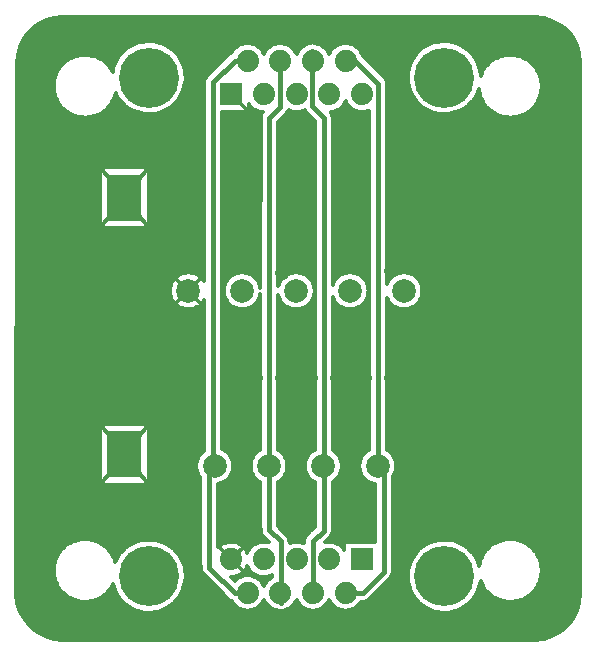
<source format=gbl>
G04 DipTrace 3.3.1.3*
G04 LEDboxV0.2.gbl*
%MOMM*%
G04 #@! TF.FileFunction,Copper,L2,Bot*
G04 #@! TF.Part,Single*
G04 #@! TA.AperFunction,Conductor*
%ADD14C,0.381*%
G04 #@! TA.AperFunction,CopperBalancing*
%ADD16C,0.3*%
%ADD17C,0.33*%
G04 #@! TA.AperFunction,ComponentPad*
%ADD19R,3.0X4.0*%
%ADD21R,1.8796X1.8796*%
%ADD22C,1.8796*%
%ADD23C,5.08*%
%ADD24C,2.0*%
G04 #@! TA.AperFunction,ViaPad*
%ADD27C,1.27*%
%FSLAX35Y35*%
G04*
G71*
G90*
G75*
G01*
G04 Bottom*
%LPD*%
X2371687Y3222623D2*
D14*
X2403437Y3254373D1*
Y3397250D1*
X3048000Y4270373D2*
X3054313Y4276687D1*
Y4175123D1*
X3292437Y3238500D2*
Y3413123D1*
X2143127Y4238623D2*
X2149437D1*
Y4476750D1*
X3177973Y1585520D2*
X3228937Y1534557D1*
Y688937D1*
X3049750Y509750D1*
X2905750D1*
X3177973Y1585520D2*
X3181313Y1588860D1*
Y4819687D1*
X2986247Y5014753D1*
X2905750D1*
X2717597Y1585520D2*
X2720937Y1582180D1*
Y1038187D1*
X2628750Y946000D1*
Y509750D1*
X2717597Y1585520D2*
X2720937Y1588860D1*
Y4533940D1*
X2625687Y4629190D1*
Y5095870D1*
X2628750Y5092807D1*
Y5014753D1*
X2257220Y1585520D2*
X2260563Y1582177D1*
Y1041437D1*
X2355810Y946190D1*
Y428623D1*
X2352750Y431683D1*
Y509750D1*
X2257220Y1585520D2*
X2260563Y1588863D1*
Y4530687D1*
X2352750Y4622873D1*
Y5014753D1*
X2075750D2*
X1966753D1*
X1784313Y4832313D1*
Y1585520D1*
X1796847D1*
X1752560Y1541233D1*
Y723940D1*
X1966750Y509750D1*
X2075750D1*
D27*
X2371687Y3222623D3*
X3048000Y4270373D3*
X3292437Y3238500D3*
X2143127Y4238623D3*
X3070187Y2333627D3*
X2832060D3*
X2609810D3*
X2371687D3*
X2149440D3*
X1911310D3*
X3292437D3*
X1577937D3*
X366667Y5355337D2*
D16*
X4651720D1*
X308307Y5325670D2*
X4707443D1*
X265943Y5296003D2*
X4747520D1*
X235710Y5266337D2*
X4781507D1*
X209167Y5236670D2*
X4805820D1*
X188423Y5207003D2*
X4828320D1*
X171137Y5177337D2*
X1178987D1*
X1302523D2*
X3679007D1*
X3802487D2*
X4844143D1*
X157310Y5147670D2*
X1094083D1*
X1387427D2*
X2002813D1*
X2148677D2*
X2279847D1*
X2425650D2*
X2555820D1*
X2701683D2*
X2832853D1*
X2978657D2*
X3594043D1*
X3887447D2*
X4860020D1*
X146120Y5118003D2*
X1047793D1*
X1433717D2*
X1963673D1*
X2187817D2*
X2240703D1*
X2464790D2*
X2516680D1*
X2740827D2*
X2793713D1*
X3017797D2*
X3547813D1*
X3933677D2*
X4869160D1*
X138210Y5088337D2*
X1014690D1*
X1466763D2*
X1941817D1*
X3039653D2*
X3514710D1*
X3966783D2*
X4878127D1*
X131703Y5058670D2*
X637930D1*
X762113D2*
X989433D1*
X1492077D2*
X1901270D1*
X3052370D2*
X3489453D1*
X3992037D2*
X4237930D1*
X4362113D2*
X4883810D1*
X129127Y5029003D2*
X562990D1*
X836997D2*
X969747D1*
X1511703D2*
X1871563D1*
X3081430D2*
X3469767D1*
X4011723D2*
X4162990D1*
X4436997D2*
X4886740D1*
X126490Y4999337D2*
X521857D1*
X878130D2*
X954570D1*
X1526940D2*
X1841917D1*
X3111080D2*
X3454533D1*
X4026960D2*
X4121857D1*
X4478130D2*
X4889610D1*
X126080Y4969670D2*
X493030D1*
X907017D2*
X943087D1*
X1538423D2*
X1812267D1*
X3140727D2*
X3443107D1*
X4038443D2*
X4093030D1*
X4507017D2*
X4890137D1*
X126020Y4940003D2*
X471583D1*
X1546567D2*
X1782560D1*
X3170433D2*
X3434903D1*
X4046587D2*
X4071583D1*
X4528403D2*
X4890137D1*
X125963Y4910337D2*
X455703D1*
X1551667D2*
X1752910D1*
X3200083D2*
X3429807D1*
X4544283D2*
X4890137D1*
X125903Y4880670D2*
X444220D1*
X1553833D2*
X1723673D1*
X3229733D2*
X3427637D1*
X4555767D2*
X4890137D1*
X125847Y4851003D2*
X436603D1*
X1553190D2*
X1708440D1*
X3252760D2*
X3428340D1*
X4563383D2*
X4890137D1*
X125787Y4821337D2*
X432500D1*
X1549673D2*
X1706037D1*
X3259557D2*
X3431857D1*
X4567487D2*
X4890137D1*
X125787Y4791670D2*
X431797D1*
X1543170D2*
X1706037D1*
X3259557D2*
X3438360D1*
X4568190D2*
X4890137D1*
X125727Y4762003D2*
X434377D1*
X1533500D2*
X1706037D1*
X3259557D2*
X3447970D1*
X4565610D2*
X4890137D1*
X125670Y4732337D2*
X440410D1*
X1520377D2*
X1706037D1*
X3259557D2*
X3461153D1*
X4020337D2*
X4040457D1*
X4559577D2*
X4890137D1*
X125610Y4702670D2*
X450137D1*
X949850D2*
X978360D1*
X1503150D2*
X1706037D1*
X3259557D2*
X3478320D1*
X4003170D2*
X4050137D1*
X4549850D2*
X4890137D1*
X125553Y4673003D2*
X464023D1*
X935963D2*
X1000450D1*
X1481060D2*
X1706037D1*
X3259557D2*
X3500410D1*
X3981080D2*
X4064023D1*
X4535963D2*
X4890137D1*
X125493Y4643337D2*
X482833D1*
X917153D2*
X1028987D1*
X1452523D2*
X1706037D1*
X2892877D2*
X2919630D1*
X3259557D2*
X3528947D1*
X3952543D2*
X4082833D1*
X4517153D2*
X4890137D1*
X125433Y4613670D2*
X508087D1*
X891900D2*
X1067190D1*
X1414320D2*
X1706037D1*
X2089907D2*
X2116720D1*
X2864810D2*
X2947697D1*
X3259557D2*
X3567150D1*
X3914340D2*
X4108087D1*
X4491900D2*
X4890137D1*
X125377Y4584003D2*
X542893D1*
X857097D2*
X1124377D1*
X1357077D2*
X1706037D1*
X2089907D2*
X2178830D1*
X2420200D2*
X2455860D1*
X2525670D2*
X2562500D1*
X2802643D2*
X3009863D1*
X3079673D2*
X3103087D1*
X3259557D2*
X3624397D1*
X3857097D2*
X4142893D1*
X4457097D2*
X4890137D1*
X125317Y4554337D2*
X596740D1*
X803247D2*
X1706037D1*
X1862563D2*
X2186153D1*
X2393657D2*
X2591097D1*
X2796373D2*
X3103087D1*
X3259557D2*
X4196740D1*
X4403247D2*
X4890137D1*
X125260Y4524670D2*
X1706037D1*
X1862563D2*
X2182287D1*
X2363950D2*
X2620803D1*
X2799183D2*
X3103087D1*
X3259557D2*
X4890137D1*
X125260Y4495003D2*
X1706037D1*
X1862563D2*
X2182287D1*
X2338813D2*
X2642657D1*
X2799183D2*
X3103087D1*
X3259557D2*
X4890137D1*
X125200Y4465337D2*
X1706037D1*
X1862563D2*
X2182287D1*
X2338813D2*
X2642657D1*
X2799183D2*
X3103087D1*
X3259557D2*
X4890137D1*
X125143Y4435670D2*
X1706037D1*
X1862563D2*
X2182287D1*
X2338813D2*
X2642657D1*
X2799183D2*
X3103087D1*
X3259557D2*
X4890137D1*
X125083Y4406003D2*
X1706037D1*
X1862563D2*
X2182287D1*
X2338813D2*
X2642657D1*
X2799183D2*
X3103087D1*
X3259557D2*
X4890137D1*
X125023Y4376337D2*
X1706037D1*
X1862563D2*
X2182287D1*
X2338813D2*
X2642657D1*
X2799183D2*
X3103087D1*
X3259557D2*
X4890137D1*
X124967Y4346670D2*
X1706037D1*
X1862563D2*
X2182287D1*
X2338813D2*
X2642657D1*
X2799183D2*
X3103087D1*
X3259557D2*
X4890137D1*
X124907Y4317003D2*
X1706037D1*
X1862563D2*
X2182287D1*
X2338813D2*
X2642657D1*
X2799183D2*
X3103087D1*
X3259557D2*
X4890137D1*
X124850Y4287337D2*
X1706037D1*
X1862563D2*
X2182287D1*
X2338813D2*
X2642657D1*
X2799183D2*
X3103087D1*
X3259557D2*
X4890137D1*
X124790Y4257670D2*
X1706037D1*
X1862563D2*
X2182287D1*
X2338813D2*
X2642657D1*
X2799183D2*
X3103087D1*
X3259557D2*
X4890137D1*
X124733Y4228003D2*
X1706037D1*
X1862563D2*
X2182287D1*
X2338813D2*
X2642657D1*
X2799183D2*
X3103087D1*
X3259557D2*
X4890137D1*
X124733Y4198337D2*
X1706037D1*
X1862563D2*
X2182287D1*
X2338813D2*
X2642657D1*
X2799183D2*
X3103087D1*
X3259557D2*
X4890137D1*
X124673Y4168670D2*
X1706037D1*
X1862563D2*
X2182287D1*
X2338813D2*
X2642657D1*
X2799183D2*
X3103087D1*
X3259557D2*
X4890137D1*
X124613Y4139003D2*
X1706037D1*
X1862563D2*
X2182287D1*
X2338813D2*
X2642657D1*
X2799183D2*
X3103087D1*
X3259557D2*
X4890137D1*
X124557Y4109337D2*
X822677D1*
X1241060D2*
X1706037D1*
X1862563D2*
X2182287D1*
X2338813D2*
X2642657D1*
X2799183D2*
X3103087D1*
X3259557D2*
X4890137D1*
X124497Y4079670D2*
X822677D1*
X1241060D2*
X1706037D1*
X1862563D2*
X2182287D1*
X2338813D2*
X2642657D1*
X2799183D2*
X3103087D1*
X3259557D2*
X4890137D1*
X124440Y4050003D2*
X822677D1*
X1241060D2*
X1706037D1*
X1862563D2*
X2182287D1*
X2338813D2*
X2642657D1*
X2799183D2*
X3103087D1*
X3259557D2*
X4890137D1*
X124380Y4020337D2*
X822677D1*
X1241060D2*
X1706037D1*
X1862563D2*
X2182287D1*
X2338813D2*
X2642657D1*
X2799183D2*
X3103087D1*
X3259557D2*
X4890137D1*
X124320Y3990670D2*
X822677D1*
X1241060D2*
X1706037D1*
X1862563D2*
X2182287D1*
X2338813D2*
X2642657D1*
X2799183D2*
X3103087D1*
X3259557D2*
X4890137D1*
X124263Y3961003D2*
X822677D1*
X1241060D2*
X1706037D1*
X1862563D2*
X2182287D1*
X2338813D2*
X2642657D1*
X2799183D2*
X3103087D1*
X3259557D2*
X4890137D1*
X124263Y3931337D2*
X822677D1*
X1241060D2*
X1706037D1*
X1862563D2*
X2182287D1*
X2338813D2*
X2642657D1*
X2799183D2*
X3103087D1*
X3259557D2*
X4890137D1*
X124203Y3901670D2*
X822677D1*
X1241060D2*
X1706037D1*
X1862563D2*
X2182287D1*
X2338813D2*
X2642657D1*
X2799183D2*
X3103087D1*
X3259557D2*
X4890137D1*
X124147Y3872003D2*
X822677D1*
X1241060D2*
X1706037D1*
X1862563D2*
X2182287D1*
X2338813D2*
X2642657D1*
X2799183D2*
X3103087D1*
X3259557D2*
X4890137D1*
X124087Y3842337D2*
X822677D1*
X1241060D2*
X1706037D1*
X1862563D2*
X2182287D1*
X2338813D2*
X2642657D1*
X2799183D2*
X3103087D1*
X3259557D2*
X4890137D1*
X124030Y3812670D2*
X822677D1*
X1241060D2*
X1706037D1*
X1862563D2*
X2182287D1*
X2338813D2*
X2642657D1*
X2799183D2*
X3103087D1*
X3259557D2*
X4890137D1*
X123970Y3783003D2*
X822677D1*
X1241060D2*
X1706037D1*
X1862563D2*
X2182287D1*
X2338813D2*
X2642657D1*
X2799183D2*
X3103087D1*
X3259557D2*
X4890137D1*
X123910Y3753337D2*
X822677D1*
X1241060D2*
X1706037D1*
X1862563D2*
X2182287D1*
X2338813D2*
X2642657D1*
X2799183D2*
X3103087D1*
X3259557D2*
X4890137D1*
X123853Y3723670D2*
X822677D1*
X1241060D2*
X1706037D1*
X1862563D2*
X2182287D1*
X2338813D2*
X2642657D1*
X2799183D2*
X3103087D1*
X3259557D2*
X4890137D1*
X123793Y3694003D2*
X822677D1*
X1241060D2*
X1706037D1*
X1862563D2*
X2182287D1*
X2338813D2*
X2642657D1*
X2799183D2*
X3103087D1*
X3259557D2*
X4890137D1*
X123737Y3664337D2*
X822677D1*
X1241060D2*
X1706037D1*
X1862563D2*
X2182287D1*
X2338813D2*
X2642657D1*
X2799183D2*
X3103087D1*
X3259557D2*
X4890137D1*
X123737Y3634670D2*
X822677D1*
X1241060D2*
X1706037D1*
X1862563D2*
X2182287D1*
X2338813D2*
X2642657D1*
X2799183D2*
X3103087D1*
X3259557D2*
X4890137D1*
X123677Y3605003D2*
X822677D1*
X1241060D2*
X1706037D1*
X1862563D2*
X2182287D1*
X2338813D2*
X2642657D1*
X2799183D2*
X3103087D1*
X3259557D2*
X4890137D1*
X123620Y3575337D2*
X1706037D1*
X1862563D2*
X2182287D1*
X2338813D2*
X2642657D1*
X2799183D2*
X3103087D1*
X3259557D2*
X4890137D1*
X123560Y3545670D2*
X1706037D1*
X1862563D2*
X2182287D1*
X2338813D2*
X2642657D1*
X2799183D2*
X3103087D1*
X3259557D2*
X4890137D1*
X123500Y3516003D2*
X1706037D1*
X1862563D2*
X2182287D1*
X2338813D2*
X2642657D1*
X2799183D2*
X3103087D1*
X3259557D2*
X4890137D1*
X123443Y3486337D2*
X1706037D1*
X1862563D2*
X2182287D1*
X2338813D2*
X2642657D1*
X2799183D2*
X3103087D1*
X3259557D2*
X4890137D1*
X123383Y3456670D2*
X1706037D1*
X1862563D2*
X2182287D1*
X2338813D2*
X2642657D1*
X2799183D2*
X3103087D1*
X3259557D2*
X4890137D1*
X123327Y3427003D2*
X1706037D1*
X1862563D2*
X2182287D1*
X2338813D2*
X2642657D1*
X2799183D2*
X3103087D1*
X3259557D2*
X4890137D1*
X123267Y3397337D2*
X1706037D1*
X1862563D2*
X2182287D1*
X2338813D2*
X2642657D1*
X2799183D2*
X3103087D1*
X3259557D2*
X4890137D1*
X123210Y3367670D2*
X1706037D1*
X1862563D2*
X2182287D1*
X2338813D2*
X2642657D1*
X2799183D2*
X3103087D1*
X3259557D2*
X4890137D1*
X123210Y3338003D2*
X1706037D1*
X1862563D2*
X2182287D1*
X2338813D2*
X2642657D1*
X2799183D2*
X3103087D1*
X3259557D2*
X4890137D1*
X123150Y3308337D2*
X1706037D1*
X1862563D2*
X2182287D1*
X2338813D2*
X2642657D1*
X2799183D2*
X3103087D1*
X3259557D2*
X4890137D1*
X123090Y3278670D2*
X1706037D1*
X1862563D2*
X2182287D1*
X2338813D2*
X2642657D1*
X2799183D2*
X3103087D1*
X3259557D2*
X4890137D1*
X123033Y3249003D2*
X1706037D1*
X1862563D2*
X2182287D1*
X2338813D2*
X2642657D1*
X2799183D2*
X3103087D1*
X3259557D2*
X4890137D1*
X122973Y3219337D2*
X1533537D1*
X1615650D2*
X1706037D1*
X1862563D2*
X1989923D1*
X2072037D2*
X2182287D1*
X2338813D2*
X2446370D1*
X2528483D2*
X2642657D1*
X2799183D2*
X2902757D1*
X2984870D2*
X3103087D1*
X3259557D2*
X3359143D1*
X3441257D2*
X4890137D1*
X122917Y3189670D2*
X1473830D1*
X1675357D2*
X1706037D1*
X1862563D2*
X1930217D1*
X2131743D2*
X2182287D1*
X2338813D2*
X2386660D1*
X2588190D2*
X2642657D1*
X2799183D2*
X2843047D1*
X3044577D2*
X3103087D1*
X3259557D2*
X3299433D1*
X3500963D2*
X4890137D1*
X122857Y3160003D2*
X1445470D1*
X1862563D2*
X1901917D1*
X2160103D2*
X2182287D1*
X2338813D2*
X2358303D1*
X2616547D2*
X2642657D1*
X2799183D2*
X2814690D1*
X3072933D2*
X3103087D1*
X3529320D2*
X4890137D1*
X122797Y3130337D2*
X1428420D1*
X1862563D2*
X1884863D1*
X3546373D2*
X4890137D1*
X122740Y3100670D2*
X1418870D1*
X3555923D2*
X4890137D1*
X122680Y3071003D2*
X1415410D1*
X3559380D2*
X4890137D1*
X122680Y3041337D2*
X1417637D1*
X3557153D2*
X4890137D1*
X122623Y3011670D2*
X1425840D1*
X1862563D2*
X1882227D1*
X3548950D2*
X4890137D1*
X122563Y2982003D2*
X1441077D1*
X1862563D2*
X1897520D1*
X2164497D2*
X2182287D1*
X2338813D2*
X2353950D1*
X2620883D2*
X2642657D1*
X3077330D2*
X3103087D1*
X3533717D2*
X4890137D1*
X122507Y2952337D2*
X1466447D1*
X1682740D2*
X1706037D1*
X1862563D2*
X1922833D1*
X2139127D2*
X2182287D1*
X2338813D2*
X2379280D1*
X2595570D2*
X2642657D1*
X2799183D2*
X2835667D1*
X3051960D2*
X3103087D1*
X3259557D2*
X3292053D1*
X3508347D2*
X4890137D1*
X122447Y2922670D2*
X1513967D1*
X1635220D2*
X1706037D1*
X1862563D2*
X1970353D1*
X2091667D2*
X2182287D1*
X2338813D2*
X2426740D1*
X2548053D2*
X2642657D1*
X2799183D2*
X2883183D1*
X3004440D2*
X3103087D1*
X3259557D2*
X3339570D1*
X3460883D2*
X4890137D1*
X122387Y2893003D2*
X1706037D1*
X1862563D2*
X2182287D1*
X2338813D2*
X2642657D1*
X2799183D2*
X3103087D1*
X3259557D2*
X4890137D1*
X122330Y2863337D2*
X1706037D1*
X1862563D2*
X2182287D1*
X2338813D2*
X2642657D1*
X2799183D2*
X3103087D1*
X3259557D2*
X4890137D1*
X122270Y2833670D2*
X1706037D1*
X1862563D2*
X2182287D1*
X2338813D2*
X2642657D1*
X2799183D2*
X3103087D1*
X3259557D2*
X4890137D1*
X122213Y2804003D2*
X1706037D1*
X1862563D2*
X2182287D1*
X2338813D2*
X2642657D1*
X2799183D2*
X3103087D1*
X3259557D2*
X4890137D1*
X122153Y2774337D2*
X1706037D1*
X1862563D2*
X2182287D1*
X2338813D2*
X2642657D1*
X2799183D2*
X3103087D1*
X3259557D2*
X4890137D1*
X122153Y2744670D2*
X1706037D1*
X1862563D2*
X2182287D1*
X2338813D2*
X2642657D1*
X2799183D2*
X3103087D1*
X3259557D2*
X4890137D1*
X122097Y2715003D2*
X1706037D1*
X1862563D2*
X2182287D1*
X2338813D2*
X2642657D1*
X2799183D2*
X3103087D1*
X3259557D2*
X4890137D1*
X122037Y2685337D2*
X1706037D1*
X1862563D2*
X2182287D1*
X2338813D2*
X2642657D1*
X2799183D2*
X3103087D1*
X3259557D2*
X4890137D1*
X121977Y2655670D2*
X1706037D1*
X1862563D2*
X2182287D1*
X2338813D2*
X2642657D1*
X2799183D2*
X3103087D1*
X3259557D2*
X4890137D1*
X121920Y2626003D2*
X1706037D1*
X1862563D2*
X2182287D1*
X2338813D2*
X2642657D1*
X2799183D2*
X3103087D1*
X3259557D2*
X4890137D1*
X121860Y2596337D2*
X1706037D1*
X1862563D2*
X2182287D1*
X2338813D2*
X2642657D1*
X2799183D2*
X3103087D1*
X3259557D2*
X4890137D1*
X121803Y2566670D2*
X1706037D1*
X1862563D2*
X2182287D1*
X2338813D2*
X2642657D1*
X2799183D2*
X3103087D1*
X3259557D2*
X4890137D1*
X121743Y2537003D2*
X1706037D1*
X1862563D2*
X2182287D1*
X2338813D2*
X2642657D1*
X2799183D2*
X3103087D1*
X3259557D2*
X4890137D1*
X121683Y2507337D2*
X1706037D1*
X1862563D2*
X2182287D1*
X2338813D2*
X2642657D1*
X2799183D2*
X3103087D1*
X3259557D2*
X4890137D1*
X121627Y2477670D2*
X1706037D1*
X1862563D2*
X2182287D1*
X2338813D2*
X2642657D1*
X2799183D2*
X3103087D1*
X3259557D2*
X4890137D1*
X121627Y2448003D2*
X1706037D1*
X1862563D2*
X2182287D1*
X2338813D2*
X2642657D1*
X2799183D2*
X3103087D1*
X3259557D2*
X4890137D1*
X121567Y2418337D2*
X1706037D1*
X1862563D2*
X2182287D1*
X2338813D2*
X2642657D1*
X2799183D2*
X3103087D1*
X3259557D2*
X4890137D1*
X121510Y2388670D2*
X1706037D1*
X1862563D2*
X2182287D1*
X2338813D2*
X2642657D1*
X2799183D2*
X3103087D1*
X3259557D2*
X4890137D1*
X121450Y2359003D2*
X1706037D1*
X1862563D2*
X2182287D1*
X2338813D2*
X2642657D1*
X2799183D2*
X3103087D1*
X3259557D2*
X4890137D1*
X121393Y2329337D2*
X1706037D1*
X1862563D2*
X2182287D1*
X2338813D2*
X2642657D1*
X2799183D2*
X3103087D1*
X3259557D2*
X4890137D1*
X121333Y2299670D2*
X1706037D1*
X1862563D2*
X2182287D1*
X2338813D2*
X2642657D1*
X2799183D2*
X3103087D1*
X3259557D2*
X4890137D1*
X121273Y2270003D2*
X1706037D1*
X1862563D2*
X2182287D1*
X2338813D2*
X2642657D1*
X2799183D2*
X3103087D1*
X3259557D2*
X4890137D1*
X121217Y2240337D2*
X1706037D1*
X1862563D2*
X2182287D1*
X2338813D2*
X2642657D1*
X2799183D2*
X3103087D1*
X3259557D2*
X4890137D1*
X121157Y2210670D2*
X1706037D1*
X1862563D2*
X2182287D1*
X2338813D2*
X2642657D1*
X2799183D2*
X3103087D1*
X3259557D2*
X4890137D1*
X121100Y2181003D2*
X1706037D1*
X1862563D2*
X2182287D1*
X2338813D2*
X2642657D1*
X2799183D2*
X3103087D1*
X3259557D2*
X4890137D1*
X121100Y2151337D2*
X1706037D1*
X1862563D2*
X2182287D1*
X2338813D2*
X2642657D1*
X2799183D2*
X3103087D1*
X3259557D2*
X4890137D1*
X121040Y2121670D2*
X1706037D1*
X1862563D2*
X2182287D1*
X2338813D2*
X2642657D1*
X2799183D2*
X3103087D1*
X3259557D2*
X4890137D1*
X120983Y2092003D2*
X1706037D1*
X1862563D2*
X2182287D1*
X2338813D2*
X2642657D1*
X2799183D2*
X3103087D1*
X3259557D2*
X4890137D1*
X120923Y2062337D2*
X1706037D1*
X1862563D2*
X2182287D1*
X2338813D2*
X2642657D1*
X2799183D2*
X3103087D1*
X3259557D2*
X4890137D1*
X120863Y2032670D2*
X1706037D1*
X1862563D2*
X2182287D1*
X2338813D2*
X2642657D1*
X2799183D2*
X3103087D1*
X3259557D2*
X4890137D1*
X120807Y2003003D2*
X1706037D1*
X1862563D2*
X2182287D1*
X2338813D2*
X2642657D1*
X2799183D2*
X3103087D1*
X3259557D2*
X4890137D1*
X120747Y1973337D2*
X1706037D1*
X1862563D2*
X2182287D1*
X2338813D2*
X2642657D1*
X2799183D2*
X3103087D1*
X3259557D2*
X4890137D1*
X120690Y1943670D2*
X1706037D1*
X1862563D2*
X2182287D1*
X2338813D2*
X2642657D1*
X2799183D2*
X3103087D1*
X3259557D2*
X4890137D1*
X120630Y1914003D2*
X822677D1*
X1241060D2*
X1706037D1*
X1862563D2*
X2182287D1*
X2338813D2*
X2642657D1*
X2799183D2*
X3103087D1*
X3259557D2*
X4890137D1*
X120570Y1884337D2*
X822677D1*
X1241060D2*
X1706037D1*
X1862563D2*
X2182287D1*
X2338813D2*
X2642657D1*
X2799183D2*
X3103087D1*
X3259557D2*
X4890137D1*
X120570Y1854670D2*
X822677D1*
X1241060D2*
X1706037D1*
X1862563D2*
X2182287D1*
X2338813D2*
X2642657D1*
X2799183D2*
X3103087D1*
X3259557D2*
X4890137D1*
X120513Y1825003D2*
X822677D1*
X1241060D2*
X1706037D1*
X1862563D2*
X2182287D1*
X2338813D2*
X2642657D1*
X2799183D2*
X3103087D1*
X3259557D2*
X4890137D1*
X120453Y1795337D2*
X822677D1*
X1241060D2*
X1706037D1*
X1862563D2*
X2182287D1*
X2338813D2*
X2642657D1*
X2799183D2*
X3103087D1*
X3259557D2*
X4890137D1*
X120397Y1765670D2*
X822677D1*
X1241060D2*
X1706037D1*
X1862563D2*
X2182287D1*
X2338813D2*
X2642657D1*
X2799183D2*
X3103087D1*
X3259557D2*
X4890137D1*
X120337Y1736003D2*
X822677D1*
X1241060D2*
X1706037D1*
X1862563D2*
X2182287D1*
X2338813D2*
X2642657D1*
X2799183D2*
X3103087D1*
X3259557D2*
X4890137D1*
X120280Y1706337D2*
X822677D1*
X1241060D2*
X1694847D1*
X1898833D2*
X2155217D1*
X2359203D2*
X2615587D1*
X2819577D2*
X3075960D1*
X3280007D2*
X4890137D1*
X120220Y1676670D2*
X822677D1*
X1241060D2*
X1667013D1*
X1926667D2*
X2127383D1*
X2387097D2*
X2587757D1*
X2847467D2*
X3048127D1*
X3307837D2*
X4890137D1*
X120160Y1647003D2*
X822677D1*
X1241060D2*
X1650257D1*
X1943423D2*
X2110627D1*
X2403793D2*
X2570997D1*
X2864167D2*
X3031370D1*
X3324537D2*
X4890137D1*
X120103Y1617337D2*
X822677D1*
X1241060D2*
X1640940D1*
X1952797D2*
X2101310D1*
X2413170D2*
X2561680D1*
X2873540D2*
X3022053D1*
X3333910D2*
X4890137D1*
X120043Y1587670D2*
X822677D1*
X1241060D2*
X1637657D1*
X1956020D2*
X2098030D1*
X2416393D2*
X2558400D1*
X2876763D2*
X3018770D1*
X3337133D2*
X4890137D1*
X120043Y1558003D2*
X822677D1*
X1241060D2*
X1640120D1*
X1953620D2*
X2100490D1*
X2413990D2*
X2560860D1*
X2874360D2*
X3021233D1*
X3334733D2*
X4890137D1*
X119987Y1528337D2*
X822677D1*
X1241060D2*
X1648497D1*
X1945180D2*
X2108870D1*
X2405553D2*
X2569240D1*
X2865983D2*
X3029610D1*
X3326353D2*
X4890137D1*
X119927Y1498670D2*
X822677D1*
X1241060D2*
X1664023D1*
X1929653D2*
X2124397D1*
X2390023D2*
X2584767D1*
X2850453D2*
X3045137D1*
X3310827D2*
X4890137D1*
X119870Y1469003D2*
X822677D1*
X1241060D2*
X1674337D1*
X1903873D2*
X2150177D1*
X2364243D2*
X2610547D1*
X2824613D2*
X3070920D1*
X3307193D2*
X4890137D1*
X119810Y1439337D2*
X822677D1*
X1241060D2*
X1674337D1*
X1854887D2*
X2182287D1*
X2338813D2*
X2642657D1*
X2799183D2*
X3119963D1*
X3307193D2*
X4890137D1*
X119750Y1409670D2*
X1674337D1*
X1830807D2*
X2182287D1*
X2338813D2*
X2642657D1*
X2799183D2*
X3150667D1*
X3307193D2*
X4890137D1*
X119693Y1380003D2*
X1674337D1*
X1830807D2*
X2182287D1*
X2338813D2*
X2642657D1*
X2799183D2*
X3150667D1*
X3307193D2*
X4890137D1*
X119633Y1350337D2*
X1674337D1*
X1830807D2*
X2182287D1*
X2338813D2*
X2642657D1*
X2799183D2*
X3150667D1*
X3307193D2*
X4890137D1*
X119577Y1320670D2*
X1674337D1*
X1830807D2*
X2182287D1*
X2338813D2*
X2642657D1*
X2799183D2*
X3150667D1*
X3307193D2*
X4890137D1*
X119577Y1291003D2*
X1674337D1*
X1830807D2*
X2182287D1*
X2338813D2*
X2642657D1*
X2799183D2*
X3150667D1*
X3307193D2*
X4890137D1*
X119517Y1261337D2*
X1674337D1*
X1830807D2*
X2182287D1*
X2338813D2*
X2642657D1*
X2799183D2*
X3150667D1*
X3307193D2*
X4890137D1*
X119460Y1231670D2*
X1674337D1*
X1830807D2*
X2182287D1*
X2338813D2*
X2642657D1*
X2799183D2*
X3150667D1*
X3307193D2*
X4890137D1*
X119400Y1202003D2*
X1674337D1*
X1830807D2*
X2182287D1*
X2338813D2*
X2642657D1*
X2799183D2*
X3150667D1*
X3307193D2*
X4890137D1*
X119340Y1172337D2*
X1674337D1*
X1830807D2*
X2182287D1*
X2338813D2*
X2642657D1*
X2799183D2*
X3150667D1*
X3307193D2*
X4890137D1*
X119283Y1142670D2*
X1674337D1*
X1830807D2*
X2182287D1*
X2338813D2*
X2642657D1*
X2799183D2*
X3150667D1*
X3307193D2*
X4890137D1*
X119223Y1113003D2*
X1674337D1*
X1830807D2*
X2182287D1*
X2338813D2*
X2642657D1*
X2799183D2*
X3150667D1*
X3307193D2*
X4890137D1*
X119167Y1083337D2*
X1674337D1*
X1830807D2*
X2182287D1*
X2338813D2*
X2642657D1*
X2799183D2*
X3150667D1*
X3307193D2*
X4890137D1*
X119107Y1053670D2*
X1674337D1*
X1830807D2*
X2182287D1*
X2357740D2*
X2627013D1*
X2799183D2*
X3150667D1*
X3307193D2*
X4890137D1*
X119047Y1024003D2*
X1674337D1*
X1830807D2*
X2184337D1*
X2387387D2*
X2597307D1*
X2797837D2*
X3150667D1*
X3307193D2*
X4890137D1*
X119047Y994337D2*
X1674337D1*
X1830807D2*
X2198870D1*
X2416627D2*
X2568067D1*
X2785063D2*
X3150667D1*
X3307193D2*
X4890137D1*
X118990Y964670D2*
X678243D1*
X721743D2*
X1674337D1*
X1830807D2*
X2227930D1*
X2431743D2*
X2552833D1*
X2756820D2*
X3150667D1*
X3307193D2*
X4278243D1*
X4321743D2*
X4890137D1*
X118930Y935003D2*
X573830D1*
X826217D2*
X1111310D1*
X1370200D2*
X1674337D1*
X1830807D2*
X1882757D1*
X1990767D2*
X2159727D1*
X2821743D2*
X2891563D1*
X3307193D2*
X3611270D1*
X3870220D2*
X4173830D1*
X4426217D2*
X4890137D1*
X118873Y905337D2*
X528947D1*
X871040D2*
X1059103D1*
X1422407D2*
X1674337D1*
X2040280D2*
X2110217D1*
X2871257D2*
X2891563D1*
X3307193D2*
X3559123D1*
X3922427D2*
X4128947D1*
X4471040D2*
X4890137D1*
X118813Y875670D2*
X498127D1*
X901860D2*
X1023067D1*
X1458443D2*
X1674337D1*
X2065590D2*
X2084903D1*
X3307193D2*
X3523087D1*
X3958403D2*
X4098127D1*
X4501860D2*
X4890137D1*
X118757Y846003D2*
X475450D1*
X924537D2*
X995880D1*
X1485570D2*
X1674337D1*
X3307193D2*
X3495900D1*
X3985590D2*
X4075450D1*
X4524537D2*
X4890137D1*
X118697Y816337D2*
X458517D1*
X941470D2*
X974787D1*
X1506667D2*
X1674337D1*
X3307193D2*
X3474807D1*
X4006683D2*
X4058517D1*
X4541470D2*
X4890137D1*
X118637Y786670D2*
X446213D1*
X1523070D2*
X1674337D1*
X3307193D2*
X3458400D1*
X4023090D2*
X4046213D1*
X4553773D2*
X4890137D1*
X118580Y757003D2*
X437833D1*
X1535553D2*
X1674337D1*
X3307193D2*
X3445977D1*
X4562153D2*
X4890137D1*
X118520Y727337D2*
X433087D1*
X1544577D2*
X1674337D1*
X3307193D2*
X3436897D1*
X4566900D2*
X4890137D1*
X118520Y697670D2*
X431680D1*
X1550553D2*
X1679023D1*
X2055160D2*
X2095333D1*
X3307193D2*
X3430977D1*
X4568307D2*
X4890137D1*
X118463Y668003D2*
X433613D1*
X1553540D2*
X1699063D1*
X2021880D2*
X2128613D1*
X3304203D2*
X3427990D1*
X4566373D2*
X4890137D1*
X118403Y638337D2*
X438947D1*
X1553657D2*
X1728770D1*
X1947583D2*
X1995137D1*
X2156353D2*
X2272170D1*
X3287623D2*
X3427813D1*
X4561040D2*
X4890137D1*
X118347Y608670D2*
X447853D1*
X1550963D2*
X1758420D1*
X2191743D2*
X2236780D1*
X3258090D2*
X3430567D1*
X4552133D2*
X4890137D1*
X118287Y579003D2*
X460860D1*
X1545280D2*
X1788067D1*
X3228443D2*
X3436193D1*
X4045297D2*
X4060860D1*
X4539127D2*
X4890137D1*
X118227Y549337D2*
X478613D1*
X921430D2*
X944963D1*
X1536547D2*
X1817717D1*
X3198737D2*
X3444923D1*
X4036567D2*
X4078613D1*
X4521430D2*
X4890137D1*
X118170Y519670D2*
X502347D1*
X897643D2*
X957090D1*
X1524420D2*
X1847423D1*
X3169087D2*
X3457053D1*
X4024440D2*
X4102347D1*
X4497643D2*
X4890137D1*
X119517Y490003D2*
X534807D1*
X865180D2*
X973030D1*
X1508423D2*
X1877070D1*
X3139440D2*
X3473047D1*
X4008443D2*
X4134807D1*
X4465180D2*
X4888613D1*
X123677Y460337D2*
X583147D1*
X816840D2*
X993653D1*
X1487857D2*
X1906720D1*
X3109733D2*
X3493673D1*
X3987877D2*
X4183147D1*
X4416840D2*
X4885683D1*
X127780Y430670D2*
X1020137D1*
X1461373D2*
X1945100D1*
X2206450D2*
X2222083D1*
X2759400D2*
X2775123D1*
X3036430D2*
X3520157D1*
X3961333D2*
X4882757D1*
X136217Y401003D2*
X1055120D1*
X1426393D2*
X1969180D1*
X2182310D2*
X2246153D1*
X2459340D2*
X2522190D1*
X2735317D2*
X2799160D1*
X3012350D2*
X3555137D1*
X3926353D2*
X4874903D1*
X146293Y371337D2*
X1105100D1*
X1376410D2*
X2014473D1*
X2137017D2*
X2291507D1*
X2414047D2*
X2567483D1*
X2690023D2*
X2844453D1*
X2966997D2*
X3605120D1*
X3876373D2*
X4865880D1*
X158483Y341670D2*
X1229143D1*
X1252347D2*
X3729103D1*
X3752353D2*
X4854337D1*
X175357Y312003D2*
X4838460D1*
X193053Y282337D2*
X4821407D1*
X218363Y252670D2*
X4797090D1*
X245610Y223003D2*
X4770667D1*
X282700Y193337D2*
X4734513D1*
X330807Y163670D2*
X4687520D1*
X403053Y134003D2*
X4616563D1*
X828677Y1938950D2*
X1238077D1*
Y1426550D1*
X825677D1*
Y1938950D1*
X828677D1*
X2909570Y943930D2*
X3153687Y943937D1*
X3153537Y1431243D1*
X3141510Y1433637D1*
X3129703Y1436963D1*
X3118197Y1441210D1*
X3107060Y1446343D1*
X3096360Y1452337D1*
X3086160Y1459150D1*
X3076530Y1466743D1*
X3067523Y1475070D1*
X3059197Y1484077D1*
X3051603Y1493707D1*
X3044790Y1503907D1*
X3038797Y1514607D1*
X3033663Y1525743D1*
X3029417Y1537250D1*
X3026090Y1549057D1*
X3023697Y1561083D1*
X3022253Y1573263D1*
X3021773Y1585520D1*
X3022253Y1597777D1*
X3023697Y1609957D1*
X3026090Y1621983D1*
X3029417Y1633790D1*
X3033663Y1645297D1*
X3038797Y1656433D1*
X3044790Y1667133D1*
X3051603Y1677333D1*
X3059197Y1686963D1*
X3067523Y1695970D1*
X3076530Y1704297D1*
X3086160Y1711890D1*
X3096360Y1718703D1*
X3106100Y1724157D1*
X3106063Y4593603D1*
X3091157Y4587923D1*
X3079810Y4584723D1*
X3068243Y4582423D1*
X3056533Y4581037D1*
X3044750Y4580573D1*
X3032967Y4581037D1*
X3021257Y4582423D1*
X3009690Y4584723D1*
X2998343Y4587923D1*
X2987280Y4592003D1*
X2976570Y4596943D1*
X2966280Y4602703D1*
X2956477Y4609257D1*
X2947217Y4616557D1*
X2938557Y4624560D1*
X2930553Y4633220D1*
X2923253Y4642480D1*
X2916700Y4652283D1*
X2910940Y4662573D1*
X2906253Y4672737D1*
X2901560Y4662573D1*
X2895800Y4652283D1*
X2889247Y4642480D1*
X2881947Y4633220D1*
X2873943Y4624560D1*
X2865283Y4616557D1*
X2856023Y4609257D1*
X2846220Y4602703D1*
X2835930Y4596943D1*
X2825220Y4592003D1*
X2814157Y4587923D1*
X2802810Y4584723D1*
X2791243Y4582423D1*
X2779580Y4581040D1*
X2785097Y4573257D1*
X2790460Y4562737D1*
X2794107Y4551507D1*
X2795957Y4539843D1*
X2796187Y4488940D1*
Y3118843D1*
X2799503Y3127620D1*
X2804637Y3138757D1*
X2810630Y3149457D1*
X2817443Y3159657D1*
X2825037Y3169287D1*
X2833363Y3178293D1*
X2842370Y3186620D1*
X2852000Y3194213D1*
X2862200Y3201027D1*
X2872900Y3207020D1*
X2884037Y3212153D1*
X2895543Y3216400D1*
X2907350Y3219727D1*
X2919377Y3222120D1*
X2931557Y3223563D1*
X2943813Y3224043D1*
X2956070Y3223563D1*
X2968250Y3222120D1*
X2980277Y3219727D1*
X2992083Y3216400D1*
X3003590Y3212153D1*
X3014727Y3207020D1*
X3025427Y3201027D1*
X3035627Y3194213D1*
X3045257Y3186620D1*
X3054263Y3178293D1*
X3062590Y3169287D1*
X3070183Y3159657D1*
X3076997Y3149457D1*
X3082990Y3138757D1*
X3088123Y3127620D1*
X3092370Y3116113D1*
X3095697Y3104307D1*
X3098090Y3092280D1*
X3099533Y3080100D1*
X3100013Y3067843D1*
X3099533Y3055587D1*
X3098090Y3043407D1*
X3095697Y3031380D1*
X3092370Y3019573D1*
X3088123Y3008067D1*
X3082990Y2996930D1*
X3076997Y2986230D1*
X3070183Y2976030D1*
X3062590Y2966400D1*
X3054263Y2957393D1*
X3045257Y2949067D1*
X3035627Y2941473D1*
X3025427Y2934660D1*
X3014727Y2928667D1*
X3003590Y2923533D1*
X2992083Y2919287D1*
X2980277Y2915960D1*
X2968250Y2913567D1*
X2956070Y2912123D1*
X2943813Y2911643D1*
X2931557Y2912123D1*
X2919377Y2913567D1*
X2907350Y2915960D1*
X2895543Y2919287D1*
X2884037Y2923533D1*
X2872900Y2928667D1*
X2862200Y2934660D1*
X2852000Y2941473D1*
X2842370Y2949067D1*
X2833363Y2957393D1*
X2825037Y2966400D1*
X2817443Y2976030D1*
X2810630Y2986230D1*
X2804637Y2996930D1*
X2799503Y3008067D1*
X2796203Y3017013D1*
X2796187Y1720560D1*
X2809410Y1711890D1*
X2819040Y1704297D1*
X2828047Y1695970D1*
X2836373Y1686963D1*
X2843967Y1677333D1*
X2850780Y1667133D1*
X2856773Y1656433D1*
X2861907Y1645297D1*
X2866153Y1633790D1*
X2869480Y1621983D1*
X2871873Y1609957D1*
X2873317Y1597777D1*
X2873797Y1585520D1*
X2873317Y1573263D1*
X2871873Y1561083D1*
X2869480Y1549057D1*
X2866153Y1537250D1*
X2861907Y1525743D1*
X2856773Y1514607D1*
X2850780Y1503907D1*
X2843967Y1493707D1*
X2836373Y1484077D1*
X2828047Y1475070D1*
X2819040Y1466743D1*
X2809410Y1459150D1*
X2796160Y1450630D1*
X2795953Y1032283D1*
X2794107Y1020620D1*
X2790460Y1009390D1*
X2785097Y998870D1*
X2778157Y989317D1*
X2742327Y953157D1*
X2727620Y938450D1*
X2744257Y942080D1*
X2755967Y943467D1*
X2767750Y943930D1*
X2779533Y943467D1*
X2791243Y942080D1*
X2802810Y939780D1*
X2814157Y936580D1*
X2825220Y932500D1*
X2835930Y927560D1*
X2846220Y921800D1*
X2856023Y915247D1*
X2865283Y907947D1*
X2873943Y899943D1*
X2881947Y891283D1*
X2889247Y882023D1*
X2894547Y874097D1*
X2894570Y943930D1*
X2909570D1*
X2431060Y931477D2*
X2444343Y936580D1*
X2455690Y939780D1*
X2467257Y942080D1*
X2478967Y943467D1*
X2490750Y943930D1*
X2502533Y943467D1*
X2514243Y942080D1*
X2525810Y939780D1*
X2537157Y936580D1*
X2553533Y930050D1*
X2553730Y951903D1*
X2555580Y963567D1*
X2559227Y974797D1*
X2564590Y985317D1*
X2571530Y994870D1*
X2607360Y1031030D1*
X2645683Y1069353D1*
X2645687Y1446877D1*
X2635983Y1452337D1*
X2625783Y1459150D1*
X2616153Y1466743D1*
X2607147Y1475070D1*
X2598820Y1484077D1*
X2591227Y1493707D1*
X2584413Y1503907D1*
X2578420Y1514607D1*
X2573287Y1525743D1*
X2569040Y1537250D1*
X2565713Y1549057D1*
X2563320Y1561083D1*
X2561877Y1573263D1*
X2561397Y1585520D1*
X2561877Y1597777D1*
X2563320Y1609957D1*
X2565713Y1621983D1*
X2569040Y1633790D1*
X2573287Y1645297D1*
X2578420Y1656433D1*
X2584413Y1667133D1*
X2591227Y1677333D1*
X2598820Y1686963D1*
X2607147Y1695970D1*
X2616153Y1704297D1*
X2625783Y1711890D1*
X2635983Y1718703D1*
X2645723Y1724157D1*
X2645687Y4502787D1*
X2568467Y4580320D1*
X2561527Y4589873D1*
X2558630Y4595047D1*
X2548220Y4592003D1*
X2537157Y4587923D1*
X2525810Y4584723D1*
X2514243Y4582423D1*
X2502533Y4581037D1*
X2490750Y4580573D1*
X2478967Y4581037D1*
X2467257Y4582423D1*
X2455690Y4584723D1*
X2444343Y4587923D1*
X2433280Y4592003D1*
X2423280Y4596613D1*
X2419800Y4588710D1*
X2413630Y4578643D1*
X2405943Y4569647D1*
X2335817Y4499520D1*
X2335813Y3105510D1*
X2338850Y3116113D1*
X2343097Y3127620D1*
X2348230Y3138757D1*
X2354223Y3149457D1*
X2361037Y3159657D1*
X2368630Y3169287D1*
X2376957Y3178293D1*
X2385963Y3186620D1*
X2395593Y3194213D1*
X2405793Y3201027D1*
X2416493Y3207020D1*
X2427630Y3212153D1*
X2439137Y3216400D1*
X2450943Y3219727D1*
X2462970Y3222120D1*
X2475150Y3223563D1*
X2487407Y3224043D1*
X2499663Y3223563D1*
X2511843Y3222120D1*
X2523870Y3219727D1*
X2535677Y3216400D1*
X2547183Y3212153D1*
X2558320Y3207020D1*
X2569020Y3201027D1*
X2579220Y3194213D1*
X2588850Y3186620D1*
X2597857Y3178293D1*
X2606183Y3169287D1*
X2613777Y3159657D1*
X2620590Y3149457D1*
X2626583Y3138757D1*
X2631717Y3127620D1*
X2635963Y3116113D1*
X2639290Y3104307D1*
X2641683Y3092280D1*
X2643127Y3080100D1*
X2643607Y3067843D1*
X2643127Y3055587D1*
X2641683Y3043407D1*
X2639290Y3031380D1*
X2635963Y3019573D1*
X2631717Y3008067D1*
X2626583Y2996930D1*
X2620590Y2986230D1*
X2613777Y2976030D1*
X2606183Y2966400D1*
X2597857Y2957393D1*
X2588850Y2949067D1*
X2579220Y2941473D1*
X2569020Y2934660D1*
X2558320Y2928667D1*
X2547183Y2923533D1*
X2535677Y2919287D1*
X2523870Y2915960D1*
X2511843Y2913567D1*
X2499663Y2912123D1*
X2487407Y2911643D1*
X2475150Y2912123D1*
X2462970Y2913567D1*
X2450943Y2915960D1*
X2439137Y2919287D1*
X2427630Y2923533D1*
X2416493Y2928667D1*
X2405793Y2934660D1*
X2395593Y2941473D1*
X2385963Y2949067D1*
X2376957Y2957393D1*
X2368630Y2966400D1*
X2361037Y2976030D1*
X2354223Y2986230D1*
X2348230Y2996930D1*
X2343097Y3008067D1*
X2338850Y3019573D1*
X2335820Y3030320D1*
X2335813Y1720473D1*
X2349033Y1711890D1*
X2358663Y1704297D1*
X2367670Y1695970D1*
X2375997Y1686963D1*
X2383590Y1677333D1*
X2390403Y1667133D1*
X2396397Y1656433D1*
X2401530Y1645297D1*
X2405777Y1633790D1*
X2409103Y1621983D1*
X2411497Y1609957D1*
X2412940Y1597777D1*
X2413420Y1585520D1*
X2412940Y1573263D1*
X2411497Y1561083D1*
X2409103Y1549057D1*
X2405777Y1537250D1*
X2401530Y1525743D1*
X2396397Y1514607D1*
X2390403Y1503907D1*
X2383590Y1493707D1*
X2375997Y1484077D1*
X2367670Y1475070D1*
X2358663Y1466743D1*
X2349033Y1459150D1*
X2335783Y1450630D1*
X2335813Y1072583D1*
X2413030Y995060D1*
X2419970Y985507D1*
X2425333Y974987D1*
X2428980Y963757D1*
X2430827Y952093D1*
X2431060Y931600D1*
X2280550Y659303D2*
X2271220Y655003D1*
X2260157Y650920D1*
X2248810Y647720D1*
X2237243Y645420D1*
X2225533Y644033D1*
X2213750Y643570D1*
X2201967Y644033D1*
X2190257Y645420D1*
X2178690Y647720D1*
X2167343Y650920D1*
X2156280Y655003D1*
X2145570Y659940D1*
X2135280Y665700D1*
X2125477Y672253D1*
X2116217Y679553D1*
X2107557Y687557D1*
X2099553Y696217D1*
X2092253Y705477D1*
X2085700Y715280D1*
X2079940Y725570D1*
X2075103Y735333D1*
X2068590Y721830D1*
X2060760Y709040D1*
X2051697Y697097D1*
X2041483Y686117D1*
X2030230Y676210D1*
X2018043Y667477D1*
X2005047Y660000D1*
X1991370Y653853D1*
X1977150Y649107D1*
X1962523Y645800D1*
X1947643Y643967D1*
X1939320Y643597D1*
X1968307Y614613D1*
X1978217Y623947D1*
X1987477Y631247D1*
X1997280Y637800D1*
X2007570Y643560D1*
X2018280Y648500D1*
X2029343Y652580D1*
X2040690Y655780D1*
X2052257Y658080D1*
X2063967Y659467D1*
X2075750Y659930D1*
X2087533Y659467D1*
X2099243Y658080D1*
X2110810Y655780D1*
X2122157Y652580D1*
X2133220Y648500D1*
X2143930Y643560D1*
X2154220Y637800D1*
X2164023Y631247D1*
X2173283Y623947D1*
X2181943Y615943D1*
X2189947Y607283D1*
X2197247Y598023D1*
X2203800Y588220D1*
X2209560Y577930D1*
X2214247Y567767D1*
X2218940Y577930D1*
X2224700Y588220D1*
X2231253Y598023D1*
X2238553Y607283D1*
X2246557Y615943D1*
X2255217Y623947D1*
X2264477Y631247D1*
X2280590Y641333D1*
X2280560Y659307D1*
X2075253Y851767D2*
X2079940Y861930D1*
X2085700Y872220D1*
X2092253Y882023D1*
X2099553Y891283D1*
X2107557Y899943D1*
X2116217Y907947D1*
X2125477Y915247D1*
X2135280Y921800D1*
X2145570Y927560D1*
X2156280Y932500D1*
X2167343Y936580D1*
X2178690Y939780D1*
X2190257Y942080D1*
X2201967Y943467D1*
X2213750Y943930D1*
X2225533Y943467D1*
X2237243Y942080D1*
X2248810Y939780D1*
X2258517Y937043D1*
X2203343Y992567D1*
X2196403Y1002120D1*
X2191040Y1012640D1*
X2187393Y1023870D1*
X2185547Y1035533D1*
X2185313Y1086437D1*
Y1446847D1*
X2175607Y1452337D1*
X2165407Y1459150D1*
X2155777Y1466743D1*
X2146770Y1475070D1*
X2138443Y1484077D1*
X2130850Y1493707D1*
X2124037Y1503907D1*
X2118043Y1514607D1*
X2112910Y1525743D1*
X2108663Y1537250D1*
X2105337Y1549057D1*
X2102943Y1561083D1*
X2101500Y1573263D1*
X2101020Y1585520D1*
X2101500Y1597777D1*
X2102943Y1609957D1*
X2105337Y1621983D1*
X2108663Y1633790D1*
X2112910Y1645297D1*
X2118043Y1656433D1*
X2124037Y1667133D1*
X2130850Y1677333D1*
X2138443Y1686963D1*
X2146770Y1695970D1*
X2155777Y1704297D1*
X2165407Y1711890D1*
X2175607Y1718703D1*
X2185347Y1724157D1*
X2185280Y3043407D1*
X2182887Y3031380D1*
X2179560Y3019573D1*
X2175313Y3008067D1*
X2170180Y2996930D1*
X2164187Y2986230D1*
X2157373Y2976030D1*
X2149780Y2966400D1*
X2141453Y2957393D1*
X2132447Y2949067D1*
X2122817Y2941473D1*
X2112617Y2934660D1*
X2101917Y2928667D1*
X2090780Y2923533D1*
X2079273Y2919287D1*
X2067467Y2915960D1*
X2055440Y2913567D1*
X2043260Y2912123D1*
X2031003Y2911643D1*
X2018747Y2912123D1*
X2006567Y2913567D1*
X1994540Y2915960D1*
X1982733Y2919287D1*
X1971227Y2923533D1*
X1960090Y2928667D1*
X1949390Y2934660D1*
X1939190Y2941473D1*
X1929560Y2949067D1*
X1920553Y2957393D1*
X1912227Y2966400D1*
X1904633Y2976030D1*
X1897820Y2986230D1*
X1891827Y2996930D1*
X1886693Y3008067D1*
X1882447Y3019573D1*
X1879120Y3031380D1*
X1876727Y3043407D1*
X1875283Y3055587D1*
X1874803Y3067843D1*
X1875283Y3080100D1*
X1876727Y3092280D1*
X1879120Y3104307D1*
X1882447Y3116113D1*
X1886693Y3127620D1*
X1891827Y3138757D1*
X1897820Y3149457D1*
X1904633Y3159657D1*
X1912227Y3169287D1*
X1920553Y3178293D1*
X1929560Y3186620D1*
X1939190Y3194213D1*
X1949390Y3201027D1*
X1960090Y3207020D1*
X1971227Y3212153D1*
X1982733Y3216400D1*
X1994540Y3219727D1*
X2006567Y3222120D1*
X2018747Y3223563D1*
X2031003Y3224043D1*
X2043260Y3223563D1*
X2055440Y3222120D1*
X2067467Y3219727D1*
X2079273Y3216400D1*
X2090780Y3212153D1*
X2101917Y3207020D1*
X2112617Y3201027D1*
X2122817Y3194213D1*
X2132447Y3186620D1*
X2141453Y3178293D1*
X2149780Y3169287D1*
X2157373Y3159657D1*
X2164187Y3149457D1*
X2170180Y3138757D1*
X2175313Y3127620D1*
X2179560Y3116113D1*
X2182887Y3104307D1*
X2185310Y3092040D1*
X2185547Y4536590D1*
X2187393Y4548253D1*
X2191040Y4559483D1*
X2196403Y4570003D1*
X2203357Y4579573D1*
X2201967Y4581037D1*
X2190257Y4582423D1*
X2178690Y4584723D1*
X2167343Y4587923D1*
X2156280Y4592003D1*
X2145570Y4596943D1*
X2135280Y4602703D1*
X2125477Y4609257D1*
X2116217Y4616557D1*
X2107557Y4624560D1*
X2099553Y4633220D1*
X2092253Y4642480D1*
X2086930Y4649933D1*
Y4580573D1*
X1859573D1*
X1859563Y1728543D1*
X1878460Y1718703D1*
X1888660Y1711890D1*
X1898290Y1704297D1*
X1907297Y1695970D1*
X1915623Y1686963D1*
X1923217Y1677333D1*
X1930030Y1667133D1*
X1936023Y1656433D1*
X1941157Y1645297D1*
X1945403Y1633790D1*
X1948730Y1621983D1*
X1951123Y1609957D1*
X1952567Y1597777D1*
X1953047Y1585520D1*
X1952567Y1573263D1*
X1951123Y1561083D1*
X1948730Y1549057D1*
X1945403Y1537250D1*
X1941157Y1525743D1*
X1936023Y1514607D1*
X1930030Y1503907D1*
X1923217Y1493707D1*
X1915623Y1484077D1*
X1907297Y1475070D1*
X1898290Y1466743D1*
X1888660Y1459150D1*
X1878460Y1452337D1*
X1867760Y1446343D1*
X1856623Y1441210D1*
X1845117Y1436963D1*
X1827813Y1432543D1*
X1827810Y897110D1*
X1838043Y906933D1*
X1849820Y916213D1*
X1862463Y924270D1*
X1875850Y931027D1*
X1889843Y936417D1*
X1904300Y940383D1*
X1919083Y942887D1*
X1934043Y943907D1*
X1949030Y943427D1*
X1963893Y941457D1*
X1978487Y938013D1*
X1992663Y933133D1*
X2006283Y926863D1*
X2019210Y919267D1*
X2031317Y910420D1*
X2042477Y900407D1*
X2052587Y889333D1*
X2061540Y877307D1*
X2069250Y864447D1*
X2075250Y851800D1*
X3035623Y434537D2*
X3027247Y421477D1*
X3019947Y412217D1*
X3011943Y403557D1*
X3003283Y395553D1*
X2994023Y388253D1*
X2984220Y381700D1*
X2973930Y375940D1*
X2963220Y371003D1*
X2952157Y366920D1*
X2940810Y363720D1*
X2929243Y361420D1*
X2917533Y360033D1*
X2905750Y359570D1*
X2893967Y360033D1*
X2882257Y361420D1*
X2870690Y363720D1*
X2859343Y366920D1*
X2848280Y371003D1*
X2837570Y375940D1*
X2827280Y381700D1*
X2817477Y388253D1*
X2808217Y395553D1*
X2799557Y403557D1*
X2791553Y412217D1*
X2784253Y421477D1*
X2777700Y431280D1*
X2771940Y441570D1*
X2767253Y451733D1*
X2762560Y441570D1*
X2756800Y431280D1*
X2750247Y421477D1*
X2742947Y412217D1*
X2734943Y403557D1*
X2726283Y395553D1*
X2717023Y388253D1*
X2707220Y381700D1*
X2696930Y375940D1*
X2686220Y371003D1*
X2675157Y366920D1*
X2663810Y363720D1*
X2652243Y361420D1*
X2640533Y360033D1*
X2628750Y359570D1*
X2616967Y360033D1*
X2605257Y361420D1*
X2593690Y363720D1*
X2582343Y366920D1*
X2571280Y371003D1*
X2560570Y375940D1*
X2550280Y381700D1*
X2540477Y388253D1*
X2531217Y395553D1*
X2522557Y403557D1*
X2514553Y412217D1*
X2507253Y421477D1*
X2500700Y431280D1*
X2494940Y441570D1*
X2490793Y450563D1*
X2486560Y441570D1*
X2480800Y431280D1*
X2474247Y421477D1*
X2466947Y412217D1*
X2458943Y403557D1*
X2450283Y395553D1*
X2441023Y388253D1*
X2431220Y381700D1*
X2420930Y375940D1*
X2410220Y371003D1*
X2398670Y366783D1*
X2389973Y361573D1*
X2379063Y357057D1*
X2367583Y354300D1*
X2355810Y353373D1*
X2344037Y354300D1*
X2332557Y357057D1*
X2321627Y361587D1*
X2317690Y363720D1*
X2306343Y366920D1*
X2295280Y371003D1*
X2284570Y375940D1*
X2274280Y381700D1*
X2264477Y388253D1*
X2255217Y395553D1*
X2246557Y403557D1*
X2238553Y412217D1*
X2231253Y421477D1*
X2224700Y431280D1*
X2218940Y441570D1*
X2214253Y451733D1*
X2209560Y441570D1*
X2203800Y431280D1*
X2197247Y421477D1*
X2189947Y412217D1*
X2181943Y403557D1*
X2173283Y395553D1*
X2164023Y388253D1*
X2154220Y381700D1*
X2143930Y375940D1*
X2133220Y371003D1*
X2122157Y366920D1*
X2110810Y363720D1*
X2099243Y361420D1*
X2087533Y360033D1*
X2075750Y359570D1*
X2063967Y360033D1*
X2052257Y361420D1*
X2040690Y363720D1*
X2029343Y366920D1*
X2018280Y371003D1*
X2007570Y375940D1*
X1997280Y381700D1*
X1987477Y388253D1*
X1978217Y395553D1*
X1969557Y403557D1*
X1961553Y412217D1*
X1954253Y421477D1*
X1943897Y438073D1*
X1932587Y442700D1*
X1922520Y448870D1*
X1913523Y456557D1*
X1695340Y675070D1*
X1688400Y684623D1*
X1683037Y695143D1*
X1679390Y706373D1*
X1677540Y718037D1*
X1677310Y768940D1*
Y1485013D1*
X1670477Y1493707D1*
X1663663Y1503907D1*
X1657670Y1514607D1*
X1652537Y1525743D1*
X1648290Y1537250D1*
X1644963Y1549057D1*
X1642570Y1561083D1*
X1641127Y1573263D1*
X1640647Y1585520D1*
X1641127Y1597777D1*
X1642570Y1609957D1*
X1644963Y1621983D1*
X1648290Y1633790D1*
X1652537Y1645297D1*
X1657670Y1656433D1*
X1663663Y1667133D1*
X1670477Y1677333D1*
X1678070Y1686963D1*
X1686397Y1695970D1*
X1695403Y1704297D1*
X1709057Y1714577D1*
X1708747Y2987833D1*
X1700457Y2975340D1*
X1691007Y2963697D1*
X1680483Y2953017D1*
X1668987Y2943390D1*
X1656620Y2934913D1*
X1643497Y2927660D1*
X1629737Y2921700D1*
X1615470Y2917087D1*
X1600827Y2913863D1*
X1585943Y2912057D1*
X1570953Y2911687D1*
X1555997Y2912753D1*
X1541210Y2915253D1*
X1526733Y2919157D1*
X1512697Y2924430D1*
X1499233Y2931027D1*
X1486460Y2938880D1*
X1474503Y2947927D1*
X1463463Y2958077D1*
X1453453Y2969237D1*
X1444557Y2981307D1*
X1436857Y2994173D1*
X1430427Y3007720D1*
X1425327Y3021820D1*
X1421603Y3036343D1*
X1419287Y3051160D1*
X1418403Y3066127D1*
X1418957Y3081110D1*
X1420947Y3095973D1*
X1424353Y3110573D1*
X1429140Y3124783D1*
X1435270Y3138467D1*
X1442683Y3151500D1*
X1451313Y3163763D1*
X1461080Y3175143D1*
X1471890Y3185530D1*
X1483647Y3194837D1*
X1496243Y3202973D1*
X1509560Y3209860D1*
X1523477Y3215443D1*
X1537867Y3219663D1*
X1552590Y3222487D1*
X1567520Y3223883D1*
X1582513Y3223843D1*
X1597437Y3222363D1*
X1612147Y3219463D1*
X1626510Y3215163D1*
X1640397Y3209507D1*
X1653677Y3202543D1*
X1666230Y3194340D1*
X1677937Y3184970D1*
X1688690Y3174523D1*
X1698393Y3163090D1*
X1706957Y3150783D1*
X1709063Y3147307D1*
X1709297Y4838217D1*
X1711143Y4849880D1*
X1714790Y4861110D1*
X1720153Y4871630D1*
X1727093Y4881183D1*
X1762923Y4917343D1*
X1917883Y5071973D1*
X1927437Y5078913D1*
X1937957Y5084277D1*
X1943523Y5086327D1*
X1954253Y5103027D1*
X1961553Y5112287D1*
X1969557Y5120947D1*
X1978217Y5128950D1*
X1987477Y5136250D1*
X1997280Y5142803D1*
X2007570Y5148563D1*
X2018280Y5153500D1*
X2029343Y5157583D1*
X2040690Y5160783D1*
X2052257Y5163083D1*
X2063967Y5164470D1*
X2075750Y5164933D1*
X2087533Y5164470D1*
X2099243Y5163083D1*
X2110810Y5160783D1*
X2122157Y5157583D1*
X2133220Y5153500D1*
X2143930Y5148563D1*
X2154220Y5142803D1*
X2164023Y5136250D1*
X2173283Y5128950D1*
X2181943Y5120947D1*
X2189947Y5112287D1*
X2197247Y5103027D1*
X2203800Y5093223D1*
X2209560Y5082933D1*
X2214247Y5072770D1*
X2218940Y5082933D1*
X2224700Y5093223D1*
X2231253Y5103027D1*
X2238553Y5112287D1*
X2246557Y5120947D1*
X2255217Y5128950D1*
X2264477Y5136250D1*
X2274280Y5142803D1*
X2284570Y5148563D1*
X2295280Y5153500D1*
X2306343Y5157583D1*
X2317690Y5160783D1*
X2329257Y5163083D1*
X2340967Y5164470D1*
X2352750Y5164933D1*
X2364533Y5164470D1*
X2376243Y5163083D1*
X2387810Y5160783D1*
X2399157Y5157583D1*
X2410220Y5153500D1*
X2420930Y5148563D1*
X2431220Y5142803D1*
X2441023Y5136250D1*
X2450283Y5128950D1*
X2458943Y5120947D1*
X2466947Y5112287D1*
X2474247Y5103027D1*
X2480800Y5093223D1*
X2486560Y5082933D1*
X2490707Y5073940D1*
X2494940Y5082933D1*
X2500700Y5093223D1*
X2507253Y5103027D1*
X2514553Y5112287D1*
X2522557Y5120947D1*
X2531217Y5128950D1*
X2540477Y5136250D1*
X2550280Y5142803D1*
X2560570Y5148563D1*
X2571280Y5153500D1*
X2582830Y5157720D1*
X2591523Y5162920D1*
X2602433Y5167437D1*
X2613913Y5170193D1*
X2625687Y5171120D1*
X2637460Y5170193D1*
X2648940Y5167437D1*
X2659870Y5162907D1*
X2663810Y5160783D1*
X2675157Y5157583D1*
X2686220Y5153500D1*
X2696930Y5148563D1*
X2707220Y5142803D1*
X2717023Y5136250D1*
X2726283Y5128950D1*
X2734943Y5120947D1*
X2742947Y5112287D1*
X2750247Y5103027D1*
X2756800Y5093223D1*
X2762560Y5082933D1*
X2767247Y5072770D1*
X2771940Y5082933D1*
X2777700Y5093223D1*
X2784253Y5103027D1*
X2791553Y5112287D1*
X2799557Y5120947D1*
X2808217Y5128950D1*
X2817477Y5136250D1*
X2827280Y5142803D1*
X2837570Y5148563D1*
X2848280Y5153500D1*
X2859343Y5157583D1*
X2870690Y5160783D1*
X2882257Y5163083D1*
X2893967Y5164470D1*
X2905750Y5164933D1*
X2917533Y5164470D1*
X2929243Y5163083D1*
X2940810Y5160783D1*
X2952157Y5157583D1*
X2963220Y5153500D1*
X2973930Y5148563D1*
X2984220Y5142803D1*
X2994023Y5136250D1*
X3003283Y5128950D1*
X3011943Y5120947D1*
X3019947Y5112287D1*
X3027247Y5103027D1*
X3033800Y5093223D1*
X3039560Y5082933D1*
X3044497Y5072223D1*
X3049493Y5057927D1*
X3238533Y4868557D1*
X3245473Y4859003D1*
X3250837Y4848483D1*
X3254483Y4837253D1*
X3256330Y4825590D1*
X3256563Y4774687D1*
Y3129200D1*
X3261040Y3138757D1*
X3267033Y3149457D1*
X3273847Y3159657D1*
X3281440Y3169287D1*
X3289767Y3178293D1*
X3298773Y3186620D1*
X3308403Y3194213D1*
X3318603Y3201027D1*
X3329303Y3207020D1*
X3340440Y3212153D1*
X3351947Y3216400D1*
X3363753Y3219727D1*
X3375780Y3222120D1*
X3387960Y3223563D1*
X3400217Y3224043D1*
X3412473Y3223563D1*
X3424653Y3222120D1*
X3436680Y3219727D1*
X3448487Y3216400D1*
X3459993Y3212153D1*
X3471130Y3207020D1*
X3481830Y3201027D1*
X3492030Y3194213D1*
X3501660Y3186620D1*
X3510667Y3178293D1*
X3518993Y3169287D1*
X3526587Y3159657D1*
X3533400Y3149457D1*
X3539393Y3138757D1*
X3544527Y3127620D1*
X3548773Y3116113D1*
X3552100Y3104307D1*
X3554493Y3092280D1*
X3555937Y3080100D1*
X3556417Y3067843D1*
X3555937Y3055587D1*
X3554493Y3043407D1*
X3552100Y3031380D1*
X3548773Y3019573D1*
X3544527Y3008067D1*
X3539393Y2996930D1*
X3533400Y2986230D1*
X3526587Y2976030D1*
X3518993Y2966400D1*
X3510667Y2957393D1*
X3501660Y2949067D1*
X3492030Y2941473D1*
X3481830Y2934660D1*
X3471130Y2928667D1*
X3459993Y2923533D1*
X3448487Y2919287D1*
X3436680Y2915960D1*
X3424653Y2913567D1*
X3412473Y2912123D1*
X3400217Y2911643D1*
X3387960Y2912123D1*
X3375780Y2913567D1*
X3363753Y2915960D1*
X3351947Y2919287D1*
X3340440Y2923533D1*
X3329303Y2928667D1*
X3318603Y2934660D1*
X3308403Y2941473D1*
X3298773Y2949067D1*
X3289767Y2957393D1*
X3281440Y2966400D1*
X3273847Y2976030D1*
X3267033Y2986230D1*
X3261040Y2996930D1*
X3256570Y3006633D1*
X3256563Y1720487D1*
X3269787Y1711890D1*
X3279417Y1704297D1*
X3288423Y1695970D1*
X3296750Y1686963D1*
X3304343Y1677333D1*
X3311157Y1667133D1*
X3317150Y1656433D1*
X3322283Y1645297D1*
X3326530Y1633790D1*
X3329857Y1621983D1*
X3332250Y1609957D1*
X3333693Y1597777D1*
X3334173Y1585520D1*
X3333693Y1573263D1*
X3332250Y1561083D1*
X3329857Y1549057D1*
X3326530Y1537250D1*
X3322283Y1525743D1*
X3317150Y1514607D1*
X3311157Y1503907D1*
X3304193Y1493520D1*
X3303953Y683033D1*
X3302107Y671370D1*
X3298460Y660140D1*
X3293097Y649620D1*
X3286157Y640067D1*
X3250327Y603907D1*
X3098620Y452530D1*
X3089067Y445590D1*
X3078547Y440227D1*
X3067317Y436580D1*
X3055653Y434733D1*
X3035747Y434500D1*
X4048673Y614993D2*
X4045167Y592123D1*
X4037987Y563007D1*
X4028027Y534720D1*
X4015383Y507527D1*
X4000173Y481683D1*
X3982540Y457427D1*
X3962647Y434987D1*
X3940680Y414573D1*
X3916843Y396377D1*
X3891360Y380567D1*
X3864470Y367290D1*
X3836427Y356673D1*
X3807487Y348813D1*
X3777920Y343787D1*
X3748010Y341637D1*
X3718030Y342383D1*
X3688263Y346023D1*
X3658990Y352520D1*
X3630477Y361813D1*
X3602997Y373817D1*
X3576800Y388417D1*
X3552140Y405477D1*
X3529240Y424840D1*
X3508317Y446323D1*
X3489570Y469730D1*
X3473167Y494833D1*
X3459263Y521407D1*
X3447993Y549193D1*
X3439460Y577943D1*
X3433740Y607380D1*
X3430890Y637233D1*
X3430937Y667223D1*
X3433877Y697067D1*
X3439687Y726487D1*
X3448310Y755207D1*
X3459667Y782963D1*
X3473650Y809490D1*
X3490130Y834543D1*
X3508953Y857890D1*
X3529940Y879310D1*
X3552900Y898603D1*
X3577613Y915587D1*
X3603853Y930107D1*
X3631370Y942027D1*
X3659910Y951230D1*
X3689207Y957637D1*
X3718983Y961187D1*
X3748967Y961840D1*
X3778870Y959600D1*
X3808420Y954480D1*
X3837333Y946530D1*
X3865347Y935827D1*
X3892197Y922467D1*
X3917630Y906580D1*
X3941410Y888310D1*
X3963313Y867827D1*
X3983137Y845327D1*
X4000697Y821017D1*
X4015827Y795127D1*
X4028387Y767893D1*
X4037843Y740860D1*
X4042940Y765740D1*
X4047063Y780160D1*
X4051997Y794323D1*
X4057723Y808183D1*
X4064223Y821700D1*
X4071477Y834827D1*
X4079460Y847523D1*
X4088147Y859750D1*
X4097513Y871467D1*
X4107523Y882633D1*
X4118150Y893217D1*
X4129357Y903183D1*
X4141110Y912500D1*
X4153370Y921137D1*
X4166100Y929070D1*
X4179257Y936270D1*
X4192800Y942713D1*
X4206687Y948383D1*
X4220870Y953260D1*
X4235303Y957327D1*
X4249947Y960570D1*
X4264750Y962980D1*
X4279667Y964553D1*
X4294647Y965280D1*
X4309643Y965157D1*
X4324610Y964190D1*
X4339500Y962377D1*
X4354260Y959727D1*
X4368850Y956247D1*
X4383217Y951947D1*
X4397320Y946840D1*
X4411113Y940947D1*
X4424550Y934283D1*
X4437587Y926873D1*
X4450187Y918737D1*
X4462307Y909900D1*
X4473907Y900397D1*
X4484950Y890250D1*
X4495407Y879497D1*
X4505237Y868167D1*
X4514410Y856303D1*
X4522897Y843937D1*
X4530677Y831113D1*
X4537713Y817870D1*
X4543993Y804250D1*
X4549497Y790297D1*
X4554200Y776057D1*
X4558090Y761573D1*
X4561157Y746890D1*
X4563390Y732060D1*
X4564780Y717127D1*
X4565333Y700000D1*
X4564910Y685007D1*
X4563640Y670063D1*
X4561527Y655217D1*
X4558577Y640510D1*
X4554803Y625993D1*
X4550217Y611717D1*
X4544827Y597720D1*
X4538657Y584050D1*
X4531723Y570750D1*
X4524050Y557863D1*
X4515663Y545430D1*
X4506583Y533493D1*
X4496847Y522087D1*
X4486480Y511247D1*
X4475517Y501013D1*
X4463993Y491413D1*
X4451943Y482480D1*
X4439410Y474243D1*
X4426433Y466727D1*
X4413050Y459957D1*
X4399307Y453950D1*
X4385247Y448733D1*
X4370913Y444317D1*
X4356353Y440720D1*
X4341613Y437950D1*
X4326740Y436017D1*
X4311780Y434927D1*
X4296783Y434687D1*
X4281800Y435293D1*
X4266870Y436743D1*
X4252050Y439037D1*
X4237380Y442160D1*
X4222913Y446110D1*
X4208690Y450873D1*
X4194760Y456430D1*
X4181167Y462767D1*
X4167950Y469860D1*
X4155160Y477687D1*
X4142830Y486227D1*
X4131000Y495450D1*
X4119713Y505323D1*
X4109003Y515823D1*
X4098900Y526910D1*
X4089440Y538547D1*
X4080657Y550703D1*
X4072570Y563333D1*
X4065210Y576403D1*
X4058603Y589867D1*
X4048763Y614880D1*
X1550587Y636757D2*
X1547693Y606907D1*
X1541927Y577480D1*
X1533347Y548743D1*
X1522033Y520970D1*
X1508093Y494420D1*
X1491650Y469343D1*
X1472863Y445967D1*
X1451910Y424517D1*
X1428980Y405187D1*
X1404293Y388163D1*
X1378077Y373603D1*
X1350577Y361643D1*
X1322050Y352393D1*
X1292763Y345943D1*
X1262993Y342350D1*
X1233013Y341647D1*
X1203103Y343843D1*
X1173547Y348917D1*
X1144620Y356820D1*
X1116590Y367483D1*
X1089723Y380800D1*
X1064263Y396650D1*
X1040457Y414883D1*
X1018520Y435330D1*
X998660Y457800D1*
X981063Y482083D1*
X965893Y507950D1*
X953293Y535163D1*
X943380Y563467D1*
X938290Y583263D1*
X931723Y570750D1*
X924050Y557863D1*
X915663Y545430D1*
X906583Y533493D1*
X896847Y522087D1*
X886480Y511247D1*
X875517Y501013D1*
X863993Y491413D1*
X851943Y482480D1*
X839410Y474243D1*
X826433Y466727D1*
X813050Y459957D1*
X799307Y453950D1*
X785247Y448733D1*
X770913Y444317D1*
X756353Y440720D1*
X741613Y437950D1*
X726740Y436017D1*
X711780Y434927D1*
X696783Y434687D1*
X681800Y435293D1*
X666870Y436743D1*
X652050Y439037D1*
X637380Y442160D1*
X622913Y446110D1*
X608690Y450873D1*
X594760Y456430D1*
X581167Y462767D1*
X567950Y469860D1*
X555160Y477687D1*
X542830Y486227D1*
X531000Y495450D1*
X519713Y505323D1*
X509003Y515823D1*
X498900Y526910D1*
X489440Y538547D1*
X480657Y550703D1*
X472570Y563333D1*
X465210Y576403D1*
X458603Y589867D1*
X452767Y603683D1*
X447720Y617807D1*
X443477Y632190D1*
X440057Y646793D1*
X437463Y661567D1*
X435713Y676463D1*
X434807Y691433D1*
X434743Y706430D1*
X435533Y721407D1*
X437163Y736317D1*
X439637Y751110D1*
X442940Y765740D1*
X447063Y780160D1*
X451997Y794323D1*
X457723Y808183D1*
X464223Y821700D1*
X471477Y834827D1*
X479460Y847523D1*
X488147Y859750D1*
X497513Y871467D1*
X507523Y882633D1*
X518150Y893217D1*
X529357Y903183D1*
X541110Y912500D1*
X553370Y921137D1*
X566100Y929070D1*
X579257Y936270D1*
X592800Y942713D1*
X606687Y948383D1*
X620870Y953260D1*
X635303Y957327D1*
X649947Y960570D1*
X664750Y962980D1*
X679667Y964553D1*
X694647Y965280D1*
X709643Y965157D1*
X724610Y964190D1*
X739500Y962377D1*
X754260Y959727D1*
X768850Y956247D1*
X783217Y951947D1*
X797320Y946840D1*
X811113Y940947D1*
X824550Y934283D1*
X837587Y926873D1*
X850187Y918737D1*
X862307Y909900D1*
X873907Y900397D1*
X884950Y890250D1*
X895407Y879497D1*
X905237Y868167D1*
X914410Y856303D1*
X922897Y843937D1*
X930677Y831113D1*
X937713Y817870D1*
X943993Y804250D1*
X949497Y790297D1*
X955097Y772717D1*
X966337Y796397D1*
X981587Y822217D1*
X999260Y846447D1*
X1019187Y868853D1*
X1041187Y889233D1*
X1065050Y907393D1*
X1090557Y923167D1*
X1117467Y936400D1*
X1145530Y946973D1*
X1174480Y954790D1*
X1204053Y959773D1*
X1233967Y961877D1*
X1263947Y961083D1*
X1293707Y957397D1*
X1322973Y950853D1*
X1351470Y941517D1*
X1378933Y929473D1*
X1405103Y914830D1*
X1429740Y897733D1*
X1452610Y878333D1*
X1473497Y856817D1*
X1492213Y833383D1*
X1508577Y808253D1*
X1522437Y781660D1*
X1533663Y753853D1*
X1542153Y725093D1*
X1547830Y695647D1*
X1550633Y665790D1*
X1550587Y636757D1*
Y4857760D2*
X1547693Y4827910D1*
X1541927Y4798483D1*
X1533347Y4769747D1*
X1522033Y4741973D1*
X1508093Y4715423D1*
X1491650Y4690343D1*
X1472863Y4666970D1*
X1451910Y4645520D1*
X1428980Y4626190D1*
X1404293Y4609167D1*
X1378077Y4594607D1*
X1350577Y4582647D1*
X1322050Y4573397D1*
X1292763Y4566947D1*
X1262993Y4563350D1*
X1233013Y4562650D1*
X1203103Y4564847D1*
X1173547Y4569920D1*
X1144620Y4577823D1*
X1116590Y4588483D1*
X1089723Y4601803D1*
X1064263Y4617653D1*
X1040457Y4635887D1*
X1018520Y4656333D1*
X998660Y4678803D1*
X981063Y4703087D1*
X965893Y4728953D1*
X959100Y4742783D1*
X954803Y4725993D1*
X950217Y4711717D1*
X944827Y4697720D1*
X938657Y4684050D1*
X931723Y4670750D1*
X924050Y4657863D1*
X915663Y4645430D1*
X906583Y4633493D1*
X896847Y4622087D1*
X886480Y4611247D1*
X875517Y4601013D1*
X863993Y4591413D1*
X851943Y4582480D1*
X839410Y4574243D1*
X826433Y4566727D1*
X813050Y4559957D1*
X799307Y4553950D1*
X785247Y4548733D1*
X770913Y4544317D1*
X756353Y4540720D1*
X741613Y4537950D1*
X726740Y4536017D1*
X711780Y4534927D1*
X696783Y4534687D1*
X681800Y4535293D1*
X666870Y4536743D1*
X652050Y4539037D1*
X637380Y4542160D1*
X622913Y4546110D1*
X608690Y4550873D1*
X594760Y4556430D1*
X581167Y4562767D1*
X567950Y4569860D1*
X555160Y4577687D1*
X542830Y4586227D1*
X531000Y4595450D1*
X519713Y4605323D1*
X509003Y4615823D1*
X498900Y4626910D1*
X489440Y4638547D1*
X480657Y4650703D1*
X472570Y4663333D1*
X465210Y4676403D1*
X458603Y4689867D1*
X452767Y4703683D1*
X447720Y4717807D1*
X443477Y4732190D1*
X440057Y4746793D1*
X437463Y4761567D1*
X435713Y4776463D1*
X434807Y4791433D1*
X434743Y4806430D1*
X435533Y4821407D1*
X437163Y4836317D1*
X439637Y4851110D1*
X442940Y4865740D1*
X447063Y4880160D1*
X451997Y4894323D1*
X457723Y4908183D1*
X464223Y4921700D1*
X471477Y4934827D1*
X479460Y4947523D1*
X488147Y4959750D1*
X497513Y4971467D1*
X507523Y4982633D1*
X518150Y4993217D1*
X529357Y5003183D1*
X541110Y5012500D1*
X553370Y5021137D1*
X566100Y5029070D1*
X579257Y5036270D1*
X592800Y5042713D1*
X606687Y5048383D1*
X620870Y5053260D1*
X635303Y5057327D1*
X649947Y5060570D1*
X664750Y5062980D1*
X679667Y5064553D1*
X694647Y5065280D1*
X709643Y5065157D1*
X724610Y5064190D1*
X739500Y5062377D1*
X754260Y5059727D1*
X768850Y5056247D1*
X783217Y5051947D1*
X797320Y5046840D1*
X811113Y5040947D1*
X824550Y5034283D1*
X837587Y5026873D1*
X850187Y5018737D1*
X862307Y5009900D1*
X873907Y5000397D1*
X884950Y4990250D1*
X895407Y4979497D1*
X905237Y4968167D1*
X914410Y4956303D1*
X922897Y4943937D1*
X934717Y4923510D1*
X939687Y4947490D1*
X948310Y4976210D1*
X959667Y5003967D1*
X973650Y5030493D1*
X990130Y5055547D1*
X1008953Y5078893D1*
X1029940Y5100313D1*
X1052900Y5119607D1*
X1077613Y5136590D1*
X1103853Y5151110D1*
X1131370Y5163030D1*
X1159910Y5172233D1*
X1189207Y5178640D1*
X1218983Y5182190D1*
X1248967Y5182843D1*
X1278870Y5180603D1*
X1308420Y5175483D1*
X1337333Y5167533D1*
X1365347Y5156830D1*
X1392197Y5143470D1*
X1417630Y5127583D1*
X1441410Y5109313D1*
X1463313Y5088830D1*
X1483137Y5066330D1*
X1500697Y5042020D1*
X1515827Y5016130D1*
X1528387Y4988897D1*
X1538257Y4960580D1*
X1545347Y4931440D1*
X1549590Y4901753D1*
X1550950Y4872753D1*
X1550587Y4857760D1*
X4035683Y4776933D2*
X4028027Y4755723D1*
X4015383Y4728530D1*
X4000173Y4702687D1*
X3982540Y4678430D1*
X3962647Y4655990D1*
X3940680Y4635577D1*
X3916843Y4617380D1*
X3891360Y4601570D1*
X3864470Y4588293D1*
X3836427Y4577677D1*
X3807487Y4569817D1*
X3777920Y4564790D1*
X3748010Y4562637D1*
X3718030Y4563387D1*
X3688263Y4567027D1*
X3658990Y4573523D1*
X3630477Y4582817D1*
X3602997Y4594820D1*
X3576800Y4609420D1*
X3552140Y4626480D1*
X3529240Y4645843D1*
X3508317Y4667327D1*
X3489570Y4690733D1*
X3473167Y4715837D1*
X3459263Y4742407D1*
X3447993Y4770197D1*
X3439460Y4798947D1*
X3433740Y4828383D1*
X3430890Y4858237D1*
X3430937Y4888223D1*
X3433877Y4918070D1*
X3439687Y4947490D1*
X3448310Y4976210D1*
X3459667Y5003967D1*
X3473650Y5030493D1*
X3490130Y5055547D1*
X3508953Y5078893D1*
X3529940Y5100313D1*
X3552900Y5119607D1*
X3577613Y5136590D1*
X3603853Y5151110D1*
X3631370Y5163030D1*
X3659910Y5172233D1*
X3689207Y5178640D1*
X3718983Y5182190D1*
X3748967Y5182843D1*
X3778870Y5180603D1*
X3808420Y5175483D1*
X3837333Y5167533D1*
X3865347Y5156830D1*
X3892197Y5143470D1*
X3917630Y5127583D1*
X3941410Y5109313D1*
X3963313Y5088830D1*
X3983137Y5066330D1*
X4000697Y5042020D1*
X4015827Y5016130D1*
X4028387Y4988897D1*
X4038257Y4960580D1*
X4045347Y4931440D1*
X4049590Y4901753D1*
X4050410Y4890007D1*
X4057723Y4908183D1*
X4064223Y4921700D1*
X4071477Y4934827D1*
X4079460Y4947523D1*
X4088147Y4959750D1*
X4097513Y4971467D1*
X4107523Y4982633D1*
X4118150Y4993217D1*
X4129357Y5003183D1*
X4141110Y5012500D1*
X4153370Y5021137D1*
X4166100Y5029070D1*
X4179257Y5036270D1*
X4192800Y5042713D1*
X4206687Y5048383D1*
X4220870Y5053260D1*
X4235303Y5057327D1*
X4249947Y5060570D1*
X4264750Y5062980D1*
X4279667Y5064553D1*
X4294647Y5065280D1*
X4309643Y5065157D1*
X4324610Y5064190D1*
X4339500Y5062377D1*
X4354260Y5059727D1*
X4368850Y5056247D1*
X4383217Y5051947D1*
X4397320Y5046840D1*
X4411113Y5040947D1*
X4424550Y5034283D1*
X4437587Y5026873D1*
X4450187Y5018737D1*
X4462307Y5009900D1*
X4473907Y5000397D1*
X4484950Y4990250D1*
X4495407Y4979497D1*
X4505237Y4968167D1*
X4514410Y4956303D1*
X4522897Y4943937D1*
X4530677Y4931113D1*
X4537713Y4917870D1*
X4543993Y4904250D1*
X4549497Y4890297D1*
X4554200Y4876057D1*
X4558090Y4861573D1*
X4561157Y4846890D1*
X4563390Y4832060D1*
X4564780Y4817127D1*
X4565333Y4800000D1*
X4564910Y4785007D1*
X4563640Y4770063D1*
X4561527Y4755217D1*
X4558577Y4740510D1*
X4554803Y4725993D1*
X4550217Y4711717D1*
X4544827Y4697720D1*
X4538657Y4684050D1*
X4531723Y4670750D1*
X4524050Y4657863D1*
X4515663Y4645430D1*
X4506583Y4633493D1*
X4496847Y4622087D1*
X4486480Y4611247D1*
X4475517Y4601013D1*
X4463993Y4591413D1*
X4451943Y4582480D1*
X4439410Y4574243D1*
X4426433Y4566727D1*
X4413050Y4559957D1*
X4399307Y4553950D1*
X4385247Y4548733D1*
X4370913Y4544317D1*
X4356353Y4540720D1*
X4341613Y4537950D1*
X4326740Y4536017D1*
X4311780Y4534927D1*
X4296783Y4534687D1*
X4281800Y4535293D1*
X4266870Y4536743D1*
X4252050Y4539037D1*
X4237380Y4542160D1*
X4222913Y4546110D1*
X4208690Y4550873D1*
X4194760Y4556430D1*
X4181167Y4562767D1*
X4167950Y4569860D1*
X4155160Y4577687D1*
X4142830Y4586227D1*
X4131000Y4595450D1*
X4119713Y4605323D1*
X4109003Y4615823D1*
X4098900Y4626910D1*
X4089440Y4638547D1*
X4080657Y4650703D1*
X4072570Y4663333D1*
X4065210Y4676403D1*
X4058603Y4689867D1*
X4052767Y4703683D1*
X4047720Y4717807D1*
X4043477Y4732190D1*
X4040057Y4746793D1*
X4037463Y4761567D1*
X4035703Y4776637D1*
X828677Y4113823D2*
X1238077D1*
Y3601423D1*
X825677D1*
Y4113823D1*
X828677D1*
X514213Y115000D2*
X4502467D1*
X4583157Y122950D1*
X4655260Y144827D1*
X4721723Y180353D1*
X4779983Y228167D1*
X4827787Y286427D1*
X4863313Y352893D1*
X4885190Y425013D1*
X4893133Y505647D1*
X4893130Y4994343D1*
X4885180Y5075030D1*
X4863303Y5147133D1*
X4827790Y5213577D1*
X4779963Y5271850D1*
X4721707Y5319663D1*
X4655263Y5355173D1*
X4583120Y5377057D1*
X4502487Y5385000D1*
X513150Y5385003D1*
X441297Y5378717D1*
X376607Y5361373D1*
X315857Y5333043D1*
X260947Y5294597D1*
X213543Y5247197D1*
X175093Y5192287D1*
X146763Y5131533D1*
X129413Y5066787D1*
X123120Y4994840D1*
X115143Y499970D1*
X125927Y422383D1*
X150217Y350903D1*
X187530Y285290D1*
X236530Y227883D1*
X295467Y180733D1*
X362230Y145523D1*
X434430Y123517D1*
X514253Y115000D1*
X825713Y1938903D2*
D17*
X1238037Y1426597D1*
Y1938903D2*
X825713Y1426597D1*
X1830597Y899903D2*
X2042903Y687597D1*
Y899903D2*
X1936750Y793750D1*
Y4730753D2*
X2086890Y4580613D1*
X1464183Y3178253D2*
X1685003Y2957433D1*
Y3178253D2*
X1464183Y2957433D1*
X825713Y4113777D2*
X1238040Y3601470D1*
Y4113777D2*
X825713Y3601470D1*
D19*
X1031873Y1682750D3*
D21*
X3044750Y793750D3*
D22*
X2767750D3*
X2490750D3*
X2213750D3*
X1936750D3*
X2905750Y509750D3*
X2628750D3*
X2352750D3*
X2075750D3*
D23*
X3740750Y651750D3*
X1240750D3*
D21*
X1936750Y4730753D3*
D22*
X2213750D3*
X2490750D3*
X2767750D3*
X3044750D3*
X2075750Y5014753D3*
X2352750D3*
X2628750D3*
X2905750D3*
D23*
X1240750Y4872753D3*
X3740750D3*
D24*
X2031003Y3067843D3*
X1574593D3*
X3177973Y1585520D3*
X2717597D3*
X2257220D3*
X1796847D3*
X3400217Y3067843D3*
X2943813D3*
X2487407D3*
D19*
X1031873Y3857623D3*
M02*

</source>
